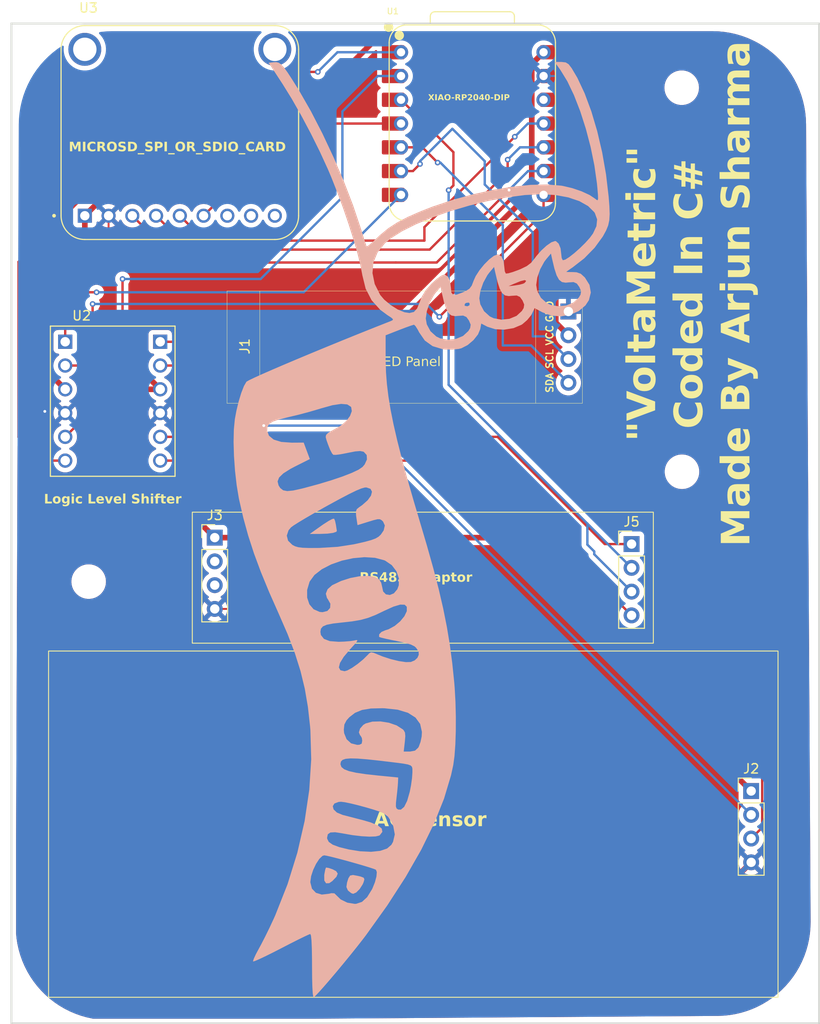
<source format=kicad_pcb>
(kicad_pcb (version 20241229) (generator "pcbnew") (generator_version "9.0")
  (layers (0 "F.Cu" signal) (2 "B.Cu" signal) (13 "F.Paste" user) (15 "B.Paste" user) (5 "F.SilkS" user "F.Silkscreen") (7 "B.SilkS" user "B.Silkscreen") (1 "F.Mask" user) (3 "B.Mask" user) (25 "Edge.Cuts" user))
  (net 0 "")
  (net 1 "+3V3")
  (net 2 "Net-(J1-Pin_3)")
  (net 3 "GND")
  (net 4 "Net-(J1-Pin_4)")
  (net 5 "Net-(J2-Pin_3)")
  (net 6 "Net-(J2-Pin_2)")
  (net 7 "+5V")
  (net 8 "Sensor_A")
  (net 9 "Sensor_B")
  (net 10 "Net-(J5-Pin_4)")
  (net 11 "Net-(J5-Pin_2)")
  (net 12 "Net-(J5-Pin_1)")
  (net 13 "Net-(U1-GPIO3{slash}MOSI)")
  (net 14 "Net-(U1-GPIO4{slash}MISO)")
  (net 15 "Net-(U1-GPIO26{slash}ADC0{slash}A0)")
  (net 16 "Net-(U1-GPIO29{slash}ADC3{slash}A3)")
  (net 17 "Net-(U1-GPIO0{slash}TX)")
  (net 18 "Net-(U1-GPIO27{slash}ADC1{slash}A1)")
  (net 19 "Net-(U1-GPIO2{slash}SCK)")
  (net 20 "Net-(U1-GPIO1{slash}RX)")
  (footprint "Connector_PinHeader_2.54mm:PinHeader_1x04_P2.54mm_Vertical" (layer "F.Cu") (at 174.8 111.47)
    (property "Reference" "J2" (at 0 -2.38 0) (layer "F.SilkS"))
    (property "Value" "AC_Sensor")
    (pad "1" thru_hole rect (at 0 0) (size 1.7 1.7) (drill 1) (layers "*.Cu" "*.Mask") (net 7 "+5V"))
    (pad "2" thru_hole circle (at 0 2.54) (size 1.7 1.7) (drill 1) (layers "*.Cu" "*.Mask") (net 6 "Net-(J2-Pin_2)"))
    (pad "3" thru_hole circle (at 0 5.08) (size 1.7 1.7) (drill 1) (layers "*.Cu" "*.Mask") (net 5 "Net-(J2-Pin_3)"))
    (pad "4" thru_hole circle (at 0 7.62) (size 1.7 1.7) (drill 1) (layers "*.Cu" "*.Mask") (net 3 "GND"))
  )
  (footprint "Connector_PinHeader_2.54mm:PinHeader_1x04_P2.54mm_Vertical" (layer "F.Cu") (at 162.01 85.08)
    (property "Reference" "J5" (at 0 -2.38 0) (layer "F.SilkS"))
    (property "Value" "RS485_Adaptor")
    (pad "1" thru_hole rect (at 0 0) (size 1.7 1.7) (drill 1) (layers "*.Cu" "*.Mask") (net 12 "Net-(J5-Pin_1)"))
    (pad "2" thru_hole circle (at 0 2.54) (size 1.7 1.7) (drill 1) (layers "*.Cu" "*.Mask") (net 11 "Net-(J5-Pin_2)"))
    (pad "3" thru_hole circle (at 0 5.08) (size 1.7 1.7) (drill 1) (layers "*.Cu" "*.Mask") (net 11 "Net-(J5-Pin_2)"))
    (pad "4" thru_hole circle (at 0 7.62) (size 1.7 1.7) (drill 1) (layers "*.Cu" "*.Mask") (net 10 "Net-(J5-Pin_4)"))
  )
  (footprint "MountingHole:MountingHole_3.2mm_M3" (layer "F.Cu") (at 103.96 89.09)
    (property "Reference" "REF**" (hide yes))
    (property "Value" "MountingHole_3.2mm_M3")
    (pad "" np_thru_hole circle (at 0 0) (size 3.2 3.2) (drill 3.2) (layers "*.Cu" "*.Mask"))
  )
  (footprint "MountingHole:MountingHole_3.2mm_M3" (layer "F.Cu") (at 167.37 36.31)
    (property "Reference" "REF**" (hide yes))
    (property "Value" "MountingHole_3.2mm_M3")
    (pad "" np_thru_hole circle (at 0 0) (size 3.2 3.2) (drill 3.2) (layers "*.Cu" "*.Mask"))
  )
  (footprint "OPL:XIAO-RP2040-DIP" (layer "F.Cu") (at 144.98 40.14)
    (property "Reference" "U1" (at -8.5 -12 0) (layer "F.SilkS") (effects (font (size 0.635 0.635) (thickness 0.1016))))
    (property "Value" "XIAO-RP2040-DIP" (at -0.36 -2.75 0) (layer "F.SilkS") (effects (font (size 0.635 0.635) (thickness 0.127) (bold yes))))
    (pad "1" smd roundrect (at -8.455 -7.62 180) (size 2.432 1.524) (layers "F.Cu" "F.Mask") (roundrect_rratio 0.1) (net 15 "Net-(U1-GPIO26{slash}ADC0{slash}A0)"))
    (pad "1" thru_hole circle (at -7.62 -7.62 180) (size 1.524 1.524) (drill 0.889) (layers "*.Cu" "*.Mask") (net 15 "Net-(U1-GPIO26{slash}ADC0{slash}A0)"))
    (pad "2" smd roundrect (at -8.455 -5.08 180) (size 2.432 1.524) (layers "F.Cu" "F.Mask") (roundrect_rratio 0.1) (net 18 "Net-(U1-GPIO27{slash}ADC1{slash}A1)"))
    (pad "2" thru_hole circle (at -7.62 -5.08 180) (size 1.524 1.524) (drill 0.889) (layers "*.Cu" "*.Mask") (net 18 "Net-(U1-GPIO27{slash}ADC1{slash}A1)"))
    (pad "3" smd roundrect (at -8.455 -2.54 180) (size 2.432 1.524) (layers "F.Cu" "F.Mask") (roundrect_rratio 0.1) (net 11 "Net-(J5-Pin_2)"))
    (pad "3" thru_hole circle (at -7.62 -2.54 180) (size 1.524 1.524) (drill 0.889) (layers "*.Cu" "*.Mask") (net 11 "Net-(J5-Pin_2)"))
    (pad "4" smd roundrect (at -8.455 0 180) (size 2.432 1.524) (layers "F.Cu" "F.Mask") (roundrect_rratio 0.1) (net 16 "Net-(U1-GPIO29{slash}ADC3{slash}A3)"))
    (pad "4" thru_hole circle (at -7.62 0 180) (size 1.524 1.524) (drill 0.889) (layers "*.Cu" "*.Mask") (net 16 "Net-(U1-GPIO29{slash}ADC3{slash}A3)"))
    (pad "5" smd roundrect (at -8.455 2.54 180) (size 2.432 1.524) (layers "F.Cu" "F.Mask") (roundrect_rratio 0.1) (net 4 "Net-(J1-Pin_4)"))
    (pad "5" thru_hole circle (at -7.62 2.54 180) (size 1.524 1.524) (drill 0.889) (layers "*.Cu" "*.Mask") (net 4 "Net-(J1-Pin_4)"))
    (pad "6" smd roundrect (at -8.455 5.08 180) (size 2.432 1.524) (layers "F.Cu" "F.Mask") (roundrect_rratio 0.1) (net 2 "Net-(J1-Pin_3)"))
    (pad "6" thru_hole circle (at -7.62 5.08 180) (size 1.524 1.524) (drill 0.889) (layers "*.Cu" "*.Mask") (net 2 "Net-(J1-Pin_3)"))
    (pad "7" smd roundrect (at -8.455 7.62 180) (size 2.432 1.524) (layers "F.Cu" "F.Mask") (roundrect_rratio 0.1) (net 17 "Net-(U1-GPIO0{slash}TX)"))
    (pad "7" thru_hole circle (at -7.62 7.62 180) (size 1.524 1.524) (drill 0.889) (layers "*.Cu" "*.Mask") (net 17 "Net-(U1-GPIO0{slash}TX)"))
    (pad "8" thru_hole circle (at 7.62 7.62) (size 1.524 1.524) (drill 0.889) (layers "*.Cu" "*.Mask") (net 20 "Net-(U1-GPIO1{slash}RX)"))
    (pad "8" smd roundrect (at 8.455 7.62) (size 2.432 1.524) (layers "F.Cu" "F.Mask") (roundrect_rratio 0.1) (net 20 "Net-(U1-GPIO1{slash}RX)"))
    (pad "9" thru_hole circle (at 7.62 5.08) (size 1.524 1.524) (drill 0.889) (layers "*.Cu" "*.Mask") (net 19 "Net-(U1-GPIO2{slash}SCK)"))
    (pad "9" smd roundrect (at 8.455 5.08) (size 2.432 1.524) (layers "F.Cu" "F.Mask") (roundrect_rratio 0.1) (net 19 "Net-(U1-GPIO2{slash}SCK)"))
    (pad "10" thru_hole circle (at 7.62 2.54) (size 1.524 1.524) (drill 0.889) (layers "*.Cu" "*.Mask") (net 14 "Net-(U1-GPIO4{slash}MISO)"))
    (pad "10" smd roundrect (at 8.455 2.54) (size 2.432 1.524) (layers "F.Cu" "F.Mask") (roundrect_rratio 0.1) (net 14 "Net-(U1-GPIO4{slash}MISO)"))
    (pad "11" thru_hole circle (at 7.62 0) (size 1.524 1.524) (drill 0.889) (layers "*.Cu" "*.Mask") (net 13 "Net-(U1-GPIO3{slash}MOSI)"))
    (pad "11" smd roundrect (at 8.455 0) (size 2.432 1.524) (layers "F.Cu" "F.Mask") (roundrect_rratio 0.1) (net 13 "Net-(U1-GPIO3{slash}MOSI)"))
    (pad "12" thru_hole circle (at 7.62 -2.54) (size 1.524 1.524) (drill 0.889) (layers "*.Cu" "*.Mask") (net 1 "+3V3"))
    (pad "12" smd roundrect (at 8.455 -2.54) (size 2.432 1.524) (layers "F.Cu" "F.Mask") (roundrect_rratio 0.1) (net 1 "+3V3"))
    (pad "13" thru_hole circle (at 7.62 -5.08) (size 1.524 1.524) (drill 0.889) (layers "*.Cu" "*.Mask") (net 3 "GND"))
    (pad "13" smd roundrect (at 8.455 -5.08) (size 2.432 1.524) (layers "F.Cu" "F.Mask") (roundrect_rratio 0.1) (net 3 "GND"))
    (pad "14" thru_hole circle (at 7.62 -7.62) (size 1.524 1.524) (drill 0.889) (layers "*.Cu" "*.Mask") (net 7 "+5V"))
    (pad "14" smd roundrect (at 8.455 -7.62) (size 2.432 1.524) (layers "F.Cu" "F.Mask") (roundrect_rratio 0.1) (net 7 "+5V"))
  )
  (footprint "MountingHole:MountingHole_3.2mm_M3" (layer "F.Cu") (at 167.4 77.35)
    (property "Reference" "REF**" (hide yes))
    (property "Value" "MountingHole_3.2mm_M3")
    (pad "" np_thru_hole circle (at 0 0) (size 3.2 3.2) (drill 3.2) (layers "*.Cu" "*.Mask"))
  )
  (footprint "OLED:SSD1306-0.91-OLED-4pin-128x32" (layer "F.Cu") (at 118.755 58.035)
    (property "Reference" "J1" (at 1.9 5.91 90) (layer "F.SilkS"))
    (property "Value" "OLED")
    (fp_text user "SCL" (at 34.5 7.27 270) (layer "F.SilkS") (effects (font (size 0.75 0.75))))
    (fp_text user "OLED Panel" (at 18.825 7.605 0) (layer "F.SilkS"))
    (fp_text user "SDA" (at 34.5 9.81 270) (layer "F.SilkS") (effects (font (size 0.75 0.75))))
    (fp_text user "GND" (at 34.5 2.19 270) (layer "F.SilkS") (effects (font (size 0.75 0.75))))
    (fp_text user "VCC" (at 34.5 4.73 270) (layer "F.SilkS") (effects (font (size 0.75 0.75))))
    (pad "1" thru_hole rect (at 36.5 2.19) (size 1.7 1.7) (drill 1) (layers "*.Cu" "*.Mask") (net 3 "GND"))
    (pad "2" thru_hole oval (at 36.5 4.73) (size 1.7 1.7) (drill 1) (layers "*.Cu" "*.Mask") (net 1 "+3V3"))
    (pad "3" thru_hole oval (at 36.5 7.27) (size 1.7 1.7) (drill 1) (layers "*.Cu" "*.Mask") (net 2 "Net-(J1-Pin_3)"))
    (pad "4" thru_hole oval (at 36.5 9.81) (size 1.7 1.7) (drill 1) (layers "*.Cu" "*.Mask") (net 4 "Net-(J1-Pin_4)"))
  )
  (footprint "MicroSD:MODULE_MICROSD_SPI_OR_SDIO_CARD" (layer "F.Cu") (at 113.7075 41.1)
    (property "Reference" "U3" (at -9.775 -13.315 0) (layer "F.SilkS"))
    (property "Value" "MICROSD_SPI_OR_SDIO_CARD" (at -0.2675 1.59 0) (layer "F.SilkS") (effects (font (thickness 0.2) (bold yes))))
    (pad "1" thru_hole rect (at -10.16 8.89) (size 1.508 1.508) (drill 1) (layers "*.Cu" "*.Mask") (net 1 "+3V3"))
    (pad "2" thru_hole circle (at -7.62 8.89) (size 1.508 1.508) (drill 1) (layers "*.Cu" "*.Mask") (net 3 "GND"))
    (pad "3" thru_hole circle (at -5.08 8.89) (size 1.508 1.508) (drill 1) (layers "*.Cu" "*.Mask") (net 19 "Net-(U1-GPIO2{slash}SCK)"))
    (pad "4" thru_hole circle (at -2.54 8.89) (size 1.508 1.508) (drill 1) (layers "*.Cu" "*.Mask") (net 14 "Net-(U1-GPIO4{slash}MISO)"))
    (pad "5" thru_hole circle (at 0 8.89) (size 1.508 1.508) (drill 1) (layers "*.Cu" "*.Mask") (net 13 "Net-(U1-GPIO3{slash}MOSI)"))
    (pad "6" thru_hole circle (at 2.54 8.89) (size 1.508 1.508) (drill 1) (layers "*.Cu" "*.Mask") (net 16 "Net-(U1-GPIO29{slash}ADC3{slash}A3)"))
    (pad "7" thru_hole circle (at 5.08 8.89) (size 1.508 1.508) (drill 1) (layers "*.Cu" "*.Mask"))
    (pad "8" thru_hole circle (at 7.62 8.89) (size 1.508 1.508) (drill 1) (layers "*.Cu" "*.Mask"))
    (pad "9" thru_hole circle (at 10.16 8.89) (size 1.508 1.508) (drill 1) (layers "*.Cu" "*.Mask"))
    (pad "S1" thru_hole circle (at -10.16 -8.89) (size 3.516 3.516) (drill 2.5) (layers "*.Cu" "*.Mask"))
    (pad "S2" thru_hole circle (at 10.16 -8.89) (size 3.516 3.516) (drill 2.5) (layers "*.Cu" "*.Mask"))
  )
  (footprint "BOB-12009:CONV_BOB-12009" (layer "F.Cu") (at 106.53 69.81)
    (property "Reference" "U2" (at -3.325 -9.135 0) (layer "F.SilkS"))
    (property "Value" "BOB-12009")
    (pad "GND_1" thru_hole circle (at 5.08 1.27) (size 1.524 1.524) (drill 1.016) (layers "*.Cu" "*.Mask") (net 3 "GND"))
    (pad "GND_2" thru_hole circle (at -5.08 1.27) (size 1.524 1.524) (drill 1.016) (layers "*.Cu" "*.Mask") (net 3 "GND"))
    (pad "HV" thru_hole circle (at 5.08 -1.27) (size 1.524 1.524) (drill 1.016) (layers "*.Cu" "*.Mask") (net 7 "+5V"))
    (pad "HV1" thru_hole rect (at 5.08 -6.35) (size 1.524 1.524) (drill 1.016) (layers "*.Cu" "*.Mask") (net 5 "Net-(J2-Pin_3)"))
    (pad "HV2" thru_hole circle (at 5.08 -3.81) (size 1.524 1.524) (drill 1.016) (layers "*.Cu" "*.Mask") (net 6 "Net-(J2-Pin_2)"))
    (pad "HV3" thru_hole circle (at 5.08 3.81) (size 1.524 1.524) (drill 1.016) (layers "*.Cu" "*.Mask") (net 12 "Net-(J5-Pin_1)"))
    (pad "HV4" thru_hole circle (at 5.08 6.35) (size 1.524 1.524) (drill 1.016) (layers "*.Cu" "*.Mask") (net 10 "Net-(J5-Pin_4)"))
    (pad "LV" thru_hole circle (at -5.08 -1.27) (size 1.524 1.524) (drill 1.016) (layers "*.Cu" "*.Mask") (net 1 "+3V3"))
    (pad "LV1" thru_hole rect (at -5.08 -6.35) (size 1.524 1.524) (drill 1.016) (layers "*.Cu" "*.Mask") (net 17 "Net-(U1-GPIO0{slash}TX)"))
    (pad "LV2" thru_hole circle (at -5.08 -3.81) (size 1.524 1.524) (drill 1.016) (layers "*.Cu" "*.Mask") (net 20 "Net-(U1-GPIO1{slash}RX)"))
    (pad "LV3" thru_hole circle (at -5.08 3.81) (size 1.524 1.524) (drill 1.016) (layers "*.Cu" "*.Mask") (net 18 "Net-(U1-GPIO27{slash}ADC1{slash}A1)"))
    (pad "LV4" thru_hole circle (at -5.08 6.35) (size 1.524 1.524) (drill 1.016) (layers "*.Cu" "*.Mask") (net 15 "Net-(U1-GPIO26{slash}ADC0{slash}A0)"))
  )
  (footprint "Connector_PinHeader_2.54mm:PinHeader_1x04_P2.54mm_Vertical" (layer "F.Cu") (at 117.44 84.39)
    (property "Reference" "J3" (at 0 -2.38 0) (layer "F.SilkS"))
    (property "Value" "RS485_Adaptor" (at 21.51 4.3 0) (layer "F.SilkS") (effects (font (thickness 0.2) (bold yes))))
    (pad "1" thru_hole rect (at 0 0) (size 1.7 1.7) (drill 1) (layers "*.Cu" "*.Mask") (net 7 "+5V"))
    (pad "2" thru_hole circle (at 0 2.54) (size 1.7 1.7) (drill 1) (layers "*.Cu" "*.Mask") (net 9 "Sensor_B"))
    (pad "3" thru_hole circle (at 0 5.08) (size 1.7 1.7) (drill 1) (layers "*.Cu" "*.Mask") (net 8 "Sensor_A"))
    (pad "4" thru_hole circle (at 0 7.62) (size 1.7 1.7) (drill 1) (layers "*.Cu" "*.Mask") (net 3 "GND"))
  )
  (footprint "Logo:LOGO in f.cu (copper)" (layer "B.Cu") (at 139.38 83.64 -90)
    (property "Reference" "G***" (hide yes))
    (property "Value" "LOGO" (hide yes))
  )
  (gr_rect (start 115.04 81.67) (end 164.34 95.67) (stroke (width 0.1)) (fill no) (layer "F.SilkS"))
  (gr_rect (start 99.67 96.51) (end 177.67 133.51) (stroke (width 0.1)) (fill no) (layer "F.SilkS"))
  (gr_rect (start 95.7 29.45) (end 182.07 136.3) (stroke (width 0.2)) (fill no) (layer "Edge.Cuts"))
  (gr_text "Logic Level Shifter" (at 106.53 80.91 0) (layer "F.SilkS") (effects (font (size 1 1) (thickness 0.2) (bold yes)) (justify bottom)))
  (gr_text "{dblquote}VoltaMetric{dblquote}\nCoded In C#\nMade By Arjun Sharma\n" (at 175.12 58.33 90) (layer "F.SilkS") (effects (font (size 3 3) (thickness 0.2) (bold yes)) (justify bottom)))
  (gr_text "AC Sensor" (at 134.45 115.48 0) (layer "F.SilkS") (effects (font (size 1.5 1.5) (thickness 0.3) (bold yes)) (justify left bottom)))
  (segment (start 97.42 60.06) (end 97.42 64.51) (width 0.6) (layer "F.Cu") (net 1))
  (segment (start 103.5475 49.99) (end 117.7275 35.81) (width 0.6) (layer "F.Cu") (net 1))
  (segment (start 155.255 62.765) (end 153.904 61.414) (width 0.6) (layer "F.Cu") (net 1))
  (segment (start 156.68 30.77) (end 156.87 30.96) (width 0.6) (layer "F.Cu") (net 1))
  (segment (start 103.5475 53.9325) (end 97.42 60.06) (width 0.6) (layer "F.Cu") (net 1))
  (segment (start 103.5475 49.99) (end 103.5475 53.9325) (width 0.6) (layer "F.Cu") (net 1))
  (segment (start 97.42 64.51) (end 101.45 68.54) (width 0.6) (layer "F.Cu") (net 1))
  (segment (start 153.49647 37.6) (end 152.6 37.6) (width 0.6) (layer "F.Cu") (net 1))
  (segment (start 156.87 30.96) (end 156.87 40.97353) (width 0.6) (layer "F.Cu") (net 1))
  (segment (start 153.904 61.414) (end 153.904 56.256) (width 0.6) (layer "F.Cu") (net 1))
  (segment (start 153.904 56.256) (end 156.87 53.29) (width 0.6) (layer "F.Cu") (net 1))
  (segment (start 156.87 53.29) (end 156.87 40.97353) (width 0.6) (layer "F.Cu") (net 1))
  (segment (start 135.01 30.77) (end 156.68 30.77) (width 0.6) (layer "F.Cu") (net 1))
  (segment (start 129.97 35.81) (end 135.01 30.77) (width 0.6) (layer "F.Cu") (net 1))
  (segment (start 156.87 40.97353) (end 153.49647 37.6) (width 0.6) (layer "F.Cu") (net 1))
  (segment (start 117.7275 35.81) (end 129.97 35.81) (width 0.6) (layer "F.Cu") (net 1))
  (segment (start 138.63 45.22) (end 139.39 44.46) (width 0.25) (layer "F.Cu") (net 2))
  (segment (start 137.36 45.22) (end 138.63 45.22) (width 0.25) (layer "F.Cu") (net 2))
  (via (at 139.39 44.46) (size 0.6) (drill 0.3) (layers "F.Cu" "B.Cu") (net 2))
  (segment (start 151.45 62.88) (end 152.83 62.88) (width 0.25) (layer "B.Cu") (net 2))
  (segment (start 146.31 46.65) (end 151.45 51.79) (width 0.25) (layer "B.Cu") (net 2))
  (segment (start 142.85 40.7) (end 146.31 44.16) (width 0.25) (layer "B.Cu") (net 2))
  (segment (start 139.39 44.16) (end 142.85 40.7) (width 0.25) (layer "B.Cu") (net 2))
  (segment (start 139.39 44.46) (end 139.39 44.16) (width 0.25) (layer "B.Cu") (net 2))
  (segment (start 152.83 62.88) (end 155.255 65.305) (width 0.25) (layer "B.Cu") (net 2))
  (segment (start 146.31 44.16) (end 146.31 46.65) (width 0.25) (layer "B.Cu") (net 2))
  (segment (start 151.45 51.79) (end 151.45 62.88) (width 0.25) (layer "B.Cu") (net 2))
  (segment (start 174.8 119.09) (end 173.05 120.84) (width 0.6) (layer "F.Cu") (net 3))
  (segment (start 117.44 92.01) (end 121.88 92.01) (width 0.2) (layer "F.Cu") (net 3))
  (segment (start 111.61 71.08) (end 112.73 69.96) (width 0.2) (layer "F.Cu") (net 3))
  (segment (start 99.27 70.78) (end 99.27 70.9) (width 0.2) (layer "F.Cu") (net 3))
  (segment (start 173.05 120.84) (end 171.37 120.84) (width 0.6) (layer "F.Cu") (net 3))
  (segment (start 174.84 119.05) (end 174.8 119.09) (width 0.6) (layer "F.Cu") (net 3))
  (segment (start 101.45 71.08) (end 100.21 69.84) (width 0.2) (layer "F.Cu") (net 3))
  (segment (start 112.73 69.96) (end 112.73 69.95) (width 0.2) (layer "F.Cu") (net 3))
  (segment (start 106.0875 49.99) (end 106.0875 52.5575) (width 0.2) (layer "F.Cu") (net 3))
  (segment (start 174.84 118.66) (end 174.84 119.05) (width 0.6) (layer "F.Cu") (net 3))
  (segment (start 106.0875 52.5575) (end 106.25 52.72) (width 0.2) (layer "F.Cu") (net 3))
  (segment (start 155.255 60.225) (end 156.975 60.225) (width 0.2) (layer "F.Cu") (net 3))
  (segment (start 156.975 60.225) (end 157.52 59.68) (width 0.2) (layer "F.Cu") (net 3))
  (segment (start 100.21 69.84) (end 99.27 70.78) (width 0.2) (layer "F.Cu") (net 3))
  (segment (start 121.88 92.01) (end 122.36 92.49) (width 0.2) (layer "F.Cu") (net 3))
  (via (at 99.27 70.9) (size 0.6) (drill 0.3) (layers "F.Cu" "B.Cu") (net 3))
  (segment (start 99.19 70.98) (end 99.19 71.81) (width 0.2) (layer "B.Cu") (net 3))
  (segment (start 99.27 70.9) (end 99.19 70.98) (width 0.2) (layer "B.Cu") (net 3))
  (segment (start 152.6 35.06) (end 155.57 35.06) (width 0.2) (layer "B.Cu") (net 3))
  (segment (start 137.36 42.68) (end 139.64 42.68) (width 0.25) (layer "F.Cu") (net 4))
  (segment (start 139.64 42.68) (end 141.27 44.31) (width 0.25) (layer "F.Cu") (net 4))
  (via (at 141.27 44.31) (size 0.6) (drill 0.3) (layers "F.Cu" "B.Cu") (net 4))
  (segment (start 148.24 63.85) (end 151.26 63.85) (width 0.25) (layer "B.Cu") (net 4))
  (segment (start 148.24 50.984702) (end 148.24 63.85) (width 0.25) (layer "B.Cu") (net 4))
  (segment (start 141.27 44.31) (end 141.565298 44.31) (width 0.25) (layer "B.Cu") (net 4))
  (segment (start 141.565298 44.31) (end 148.24 50.984702) (width 0.25) (layer "B.Cu") (net 4))
  (segment (start 151.26 63.85) (end 155.255 67.845) (width 0.25) (layer "B.Cu") (net 4))
  (segment (start 175.976 115.374) (end 175.976 94.816) (width 0.25) (layer "F.Cu") (net 5))
  (segment (start 144.62 63.46) (end 111.61 63.46) (width 0.25) (layer "F.Cu") (net 5))
  (segment (start 175.976 94.816) (end 144.62 63.46) (width 0.25) (layer "F.Cu") (net 5))
  (segment (start 174.8 116.55) (end 175.976 115.374) (width 0.25) (layer "F.Cu") (net 5))
  (segment (start 111.61 66) (end 116.26 66) (width 0.25) (layer "F.Cu") (net 6))
  (segment (start 116.26 66) (end 122.68 72.42) (width 0.25) (layer "F.Cu") (net 6))
  (via (at 122.68 72.42) (size 0.6) (drill 0.3) (layers "F.Cu" "B.Cu") (net 6))
  (segment (start 133.21 72.42) (end 174.8 114.01) (width 0.25) (layer "B.Cu") (net 6))
  (segment (start 122.68 72.42) (end 133.21 72.42) (width 0.25) (layer "B.Cu") (net 6))
  (segment (start 117.44 84.39) (end 147.72 84.39) (width 0.6) (layer "F.Cu") (net 7))
  (segment (start 109.07 61.05) (end 109.07 66) (width 0.6) (layer "F.Cu") (net 7))
  (segment (start 147.72 84.39) (end 174.8 111.47) (width 0.6) (layer "F.Cu") (net 7))
  (segment (start 137.655298 61.05) (end 109.07 61.05) (width 0.6) (layer "F.Cu") (net 7))
  (segment (start 106.55 74.92) (end 106.55 72.07) (width 0.6) (layer "F.Cu") (net 7))
  (segment (start 107.97 74.92) (end 106.55 74.92) (width 0.6) (layer "F.Cu") (net 7))
  (segment (start 117.44 84.39) (end 107.97 74.92) (width 0.6) (layer "F.Cu") (net 7))
  (segment (start 109.07 66) (end 111.61 68.54) (width 0.6) (layer "F.Cu") (net 7))
  (segment (start 110.08 68.54) (end 111.61 68.54) (width 0.6) (layer "F.Cu") (net 7))
  (segment (start 106.55 72.07) (end 110.08 68.54) (width 0.6) (layer "F.Cu") (net 7))
  (segment (start 151.337 33.783) (end 151.337 47.368298) (width 0.6) (layer "F.Cu") (net 7))
  (segment (start 152.6 32.52) (end 151.337 33.783) (width 0.6) (layer "F.Cu") (net 7))
  (segment (start 151.337 47.368298) (end 137.655298 61.05) (width 0.6) (layer "F.Cu") (net 7))
  (segment (start 145.47 76.16) (end 162.01 92.7) (width 0.25) (layer "F.Cu") (net 10))
  (segment (start 111.61 76.16) (end 145.47 76.16) (width 0.25) (layer "F.Cu") (net 10))
  (segment (start 142.96 46.75) (end 142.45 47.26) (width 0.25) (layer "F.Cu") (net 11))
  (segment (start 142.96 43.2) (end 142.96 46.75) (width 0.25) (layer "F.Cu") (net 11))
  (segment (start 137.36 37.6) (end 142.96 43.2) (width 0.25) (layer "F.Cu") (net 11))
  (via (at 142.45 47.26) (size 0.6) (drill 0.3) (layers "F.Cu" "B.Cu") (net 11))
  (segment (start 158.02 85.87) (end 157.285 85.135) (width 0.25) (layer "B.Cu") (net 11))
  (segment (start 157.285 82.895) (end 162.01 87.62) (width 0.25) (layer "B.Cu") (net 11))
  (segment (start 157.285 85.135) (end 157.285 82.895) (width 0.25) (layer "B.Cu") (net 11))
  (segment (start 142.45 47.26) (end 142.45 68.06) (width 0.25) (layer "B.Cu") (net 11))
  (segment (start 158.02 86.17) (end 162.01 90.16) (width 0.25) (layer "B.Cu") (net 11))
  (segment (start 158.02 85.87) (end 158.02 86.17) (width 0.25) (layer "B.Cu") (net 11))
  (segment (start 142.45 68.06) (end 157.285 82.895) (width 0.25) (layer "B.Cu") (net 11))
  (segment (start 147.68 73.62) (end 159.14 85.08) (width 0.25) (layer "F.Cu") (net 12))
  (segment (start 111.61 73.62) (end 147.68 73.62) (width 0.25) (layer "F.Cu") (net 12))
  (segment (start 159.14 85.08) (end 162.01 85.08) (width 0.25) (layer "F.Cu") (net 12))
  (segment (start 116.3675 52.65) (end 139.86 52.65) (width 0.25) (layer "F.Cu") (net 13))
  (segment (start 139.86 52.65) (end 139.86 51.21) (width 0.25) (layer "F.Cu") (net 13))
  (segment (start 113.7075 49.99) (end 116.3675 52.65) (width 0.25) (layer "F.Cu") (net 13))
  (segment (start 139.86 51.21) (end 149.52 41.55) (width 0.25) (layer "F.Cu") (net 13))
  (via (at 149.52 41.55) (size 0.6) (drill 0.3) (layers "F.Cu" "B.Cu") (net 13))
  (segment (start 149.52 41.55) (end 150.93 40.14) (width 0.25) (layer "B.Cu") (net 13))
  (segment (start 150.93 40.14) (end 152.6 40.14) (width 0.25) (layer "B.Cu") (net 13))
  (segment (start 111.1675 49.99) (end 114.7875 53.61) (width 0.25) (layer "F.Cu") (net 14))
  (segment (start 114.7875 53.61) (end 140.42 53.61) (width 0.25) (layer "F.Cu") (net 14))
  (segment (start 148.76 45.27) (end 148.76 44) (width 0.25) (layer "F.Cu") (net 14))
  (segment (start 140.42 53.61) (end 148.76 45.27) (width 0.25) (layer "F.Cu") (net 14))
  (via (at 148.76 44) (size 0.6) (drill 0.3) (layers "F.Cu" "B.Cu") (net 14))
  (segment (start 148.76 44) (end 150.08 42.68) (width 0.25) (layer "B.Cu") (net 14))
  (segment (start 150.08 42.68) (end 152.6 42.68) (width 0.25) (layer "B.Cu") (net 14))
  (segment (start 96.46 73.65) (end 96.57 73.65) (width 0.25) (layer "F.Cu") (net 15))
  (segment (start 96.46 54.9175) (end 116.7575 34.62) (width 0.25) (layer "F.Cu") (net 15))
  (segment (start 96.57 73.65) (end 99.08 76.16) (width 0.25) (layer "F.Cu") (net 15))
  (segment (start 96.46 54.9175) (end 96.46 73.65) (width 0.25) (layer "F.Cu") (net 15))
  (segment (start 116.7575 34.62) (end 128.46 34.62) (width 0.25) (layer "F.Cu") (net 15))
  (segment (start 99.08 76.16) (end 101.45 76.16) (width 0.25) (layer "F.Cu") (net 15))
  (via (at 128.46 34.62) (size 0.6) (drill 0.3) (layers "F.Cu" "B.Cu") (net 15))
  (segment (start 128.46 34.62) (end 130.56 32.52) (width 0.25) (layer "B.Cu") (net 15))
  (segment (start 130.56 32.52) (end 137.36 32.52) (width 0.25) (layer "B.Cu") (net 15))
  (segment (start 126.0975 40.14) (end 137.36 40.14) (width 0.25) (layer "F.Cu") (net 16))
  (segment (start 116.2475 49.99) (end 126.0975 40.14) (width 0.25) (layer "F.Cu") (net 16))
  (segment (start 103.83 58.17) (end 104.8 58.17) (width 0.25) (layer "F.Cu") (net 17))
  (segment (start 101.45 63.46) (end 101.45 60.55) (width 0.25) (layer "F.Cu") (net 17))
  (segment (start 101.45 60.55) (end 103.83 58.17) (width 0.25) (layer "F.Cu") (net 17))
  (via (at 104.8 58.17) (size 0.6) (drill 0.3) (layers "F.Cu" "B.Cu") (net 17))
  (segment (start 126.95 58.17) (end 137.36 47.76) (width 0.25) (layer "B.Cu") (net 17))
  (segment (start 104.8 58.17) (end 126.95 58.17) (width 0.25) (layer "B.Cu") (net 17))
  (segment (start 101.45 73.62) (end 107.58 67.49) (width 0.25) (layer "F.Cu") (net 18))
  (segment (start 107.58 67.49) (end 107.58 56.75) (width 0.25) (layer "F.Cu") (net 18))
  (via (at 107.58 56.75) (size 0.6) (drill 0.3) (layers "F.Cu" "B.Cu") (net 18))
  (segment (start 107.58 56.75) (end 122.35 56.75) (width 0.25) (layer "B.Cu") (net 18))
  (segment (start 122.35 56.75) (end 131.09 48.01) (width 0.25) (layer "B.Cu") (net 18))
  (segment (start 131.09 38.85) (end 134.88 35.06) (width 0.25) (layer "B.Cu") (net 18))
  (segment (start 134.88 35.06) (end 137.36 35.06) (width 0.25) (layer "B.Cu") (net 18))
  (segment (start 131.09 48.01) (end 131.09 38.85) (width 0.25) (layer "B.Cu") (net 18))
  (segment (start 136.8 54.99) (end 141.17 54.99) (width 0.25) (layer "F.Cu") (net 19))
  (segment (start 113.6275 54.99) (end 136.8 54.99) (width 0.25) (layer "F.Cu") (net 19))
  (segment (start 141.17 54.99) (end 148.91 47.25) (width 0.25) (layer "F.Cu") (net 19))
  (segment (start 108.6275 49.99) (end 113.6275 54.99) (width 0.25) (layer "F.Cu") (net 19))
  (via (at 148.91 47.25) (size 0.6) (drill 0.3) (layers "F.Cu" "B.Cu") (net 19))
  (segment (start 148.91 47.25) (end 150.94 45.22) (width 0.25) (layer "B.Cu") (net 19))
  (segment (start 150.94 45.22) (end 152.6 45.22) (width 0.25) (layer "B.Cu") (net 19))
  (segment (start 152.6 49.65) (end 152.6 47.76) (width 0.25) (layer "F.Cu") (net 20))
  (segment (start 141.46 60.79) (end 152.6 49.65) (width 0.25) (layer "F.Cu") (net 20))
  (segment (start 104.38 64.799512) (end 104.38 59.42) (width 0.25) (layer "F.Cu") (net 20))
  (segment (start 103.179512 66) (end 104.38 64.799512) (width 0.25) (layer "F.Cu") (net 20))
  (segment (start 101.45 66) (end 103.179512 66) (width 0.25) (layer "F.Cu") (net 20))
  (via (at 141.46 60.79) (size 0.6) (drill 0.3) (layers "F.Cu" "B.Cu") (net 20))
  (via (at 104.38 59.42) (size 0.6) (drill 0.3) (layers "F.Cu" "B.Cu") (net 20))
  (segment (start 104.38 59.42) (end 140.09 59.42) (width 0.25) (layer "B.Cu") (net 20))
  (segment (start 140.09 59.42) (end 141.46 60.79) (width 0.25) (layer "B.Cu") (net 20))
  (zone (net 3) (net_name "GND") (layers "F.Cu" "B.Cu") (connect_pads (clearance 0.5)) (min_thickness 0.25) (fill yes (thermal_gap 0.5) (thermal_bridge_width 0.5) (smoothing fillet) (radius 10))
    (polygon (pts (xy 96.13 136.02) (xy 181.21 135.43) (xy 180.61 30.27) (xy 96.52 30.27)))
  )
)
</source>
